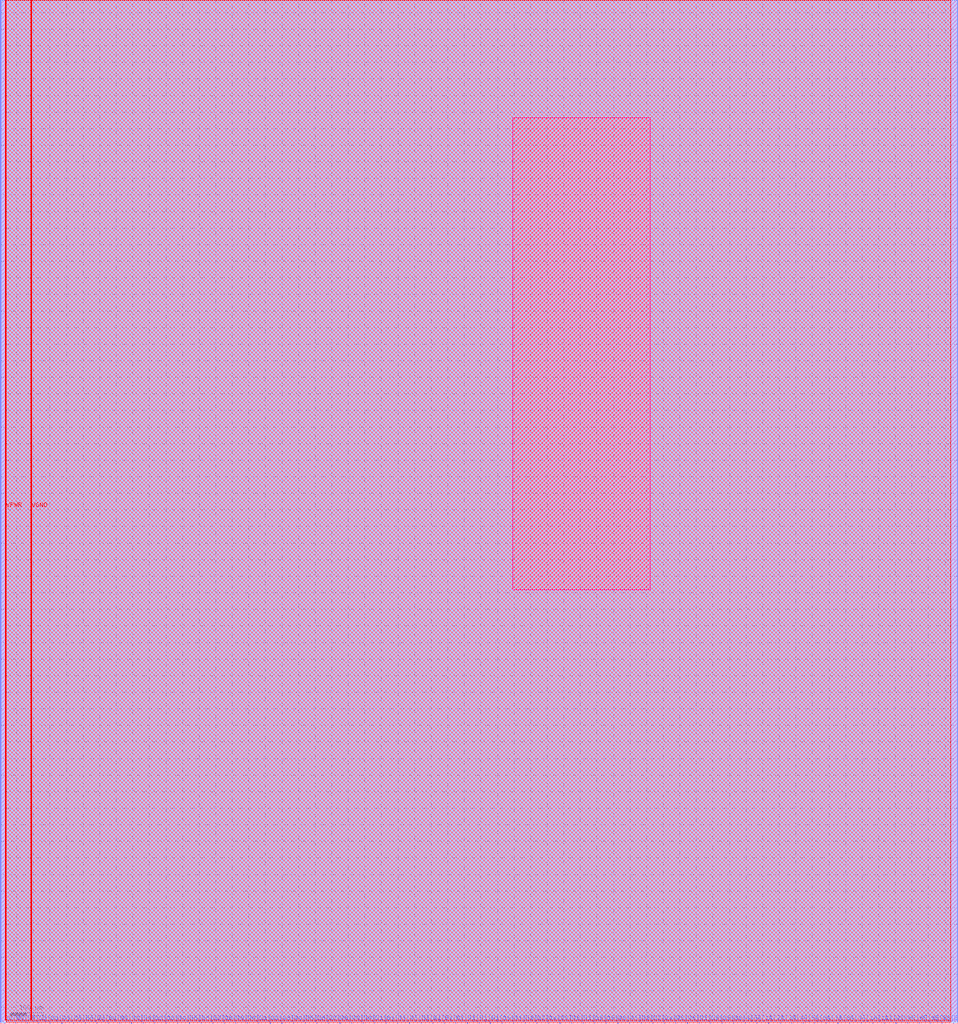
<source format=lef>
VERSION 5.7 ;
  NOWIREEXTENSIONATPIN ON ;
  DIVIDERCHAR "/" ;
  BUSBITCHARS "[]" ;
MACRO RAM_6Kx32
  CLASS BLOCK ;
  FOREIGN RAM_6Kx32 ;
  ORIGIN 0.000 0.000 ;
  SIZE 2889.825 BY 3087.440 ;
  PIN A[0]
    DIRECTION INPUT ;
    PORT
      LAYER met2 ;
        RECT 2247.380 0.000 2247.660 4.000 ;
    END
  END A[0]
  PIN A[10]
    DIRECTION INPUT ;
    PORT
      LAYER met2 ;
        RECT 2596.980 0.000 2597.260 4.000 ;
    END
  END A[10]
  PIN A[11]
    DIRECTION INPUT ;
    PORT
      LAYER met2 ;
        RECT 2631.940 0.000 2632.220 4.000 ;
    END
  END A[11]
  PIN A[12]
    DIRECTION INPUT ;
    PORT
      LAYER met2 ;
        RECT 2666.900 0.000 2667.180 4.000 ;
    END
  END A[12]
  PIN A[1]
    DIRECTION INPUT ;
    PORT
      LAYER met2 ;
        RECT 2282.340 0.000 2282.620 4.000 ;
    END
  END A[1]
  PIN A[2]
    DIRECTION INPUT ;
    PORT
      LAYER met2 ;
        RECT 2317.300 0.000 2317.580 4.000 ;
    END
  END A[2]
  PIN A[3]
    DIRECTION INPUT ;
    PORT
      LAYER met2 ;
        RECT 2352.260 0.000 2352.540 4.000 ;
    END
  END A[3]
  PIN A[4]
    DIRECTION INPUT ;
    PORT
      LAYER met2 ;
        RECT 2387.220 0.000 2387.500 4.000 ;
    END
  END A[4]
  PIN A[5]
    DIRECTION INPUT ;
    PORT
      LAYER met2 ;
        RECT 2422.180 0.000 2422.460 4.000 ;
    END
  END A[5]
  PIN A[6]
    DIRECTION INPUT ;
    PORT
      LAYER met2 ;
        RECT 2457.140 0.000 2457.420 4.000 ;
    END
  END A[6]
  PIN A[7]
    DIRECTION INPUT ;
    PORT
      LAYER met2 ;
        RECT 2492.100 0.000 2492.380 4.000 ;
    END
  END A[7]
  PIN A[8]
    DIRECTION INPUT ;
    PORT
      LAYER met2 ;
        RECT 2527.060 0.000 2527.340 4.000 ;
    END
  END A[8]
  PIN A[9]
    DIRECTION INPUT ;
    PORT
      LAYER met2 ;
        RECT 2562.020 0.000 2562.300 4.000 ;
    END
  END A[9]
  PIN CLK
    DIRECTION INPUT ;
    PORT
      LAYER met2 ;
        RECT 2701.860 0.000 2702.140 4.000 ;
    END
  END CLK
  PIN Di[0]
    DIRECTION INPUT ;
    PORT
      LAYER met2 ;
        RECT 1129.580 0.000 1129.860 4.000 ;
    END
  END Di[0]
  PIN Di[10]
    DIRECTION INPUT ;
    PORT
      LAYER met2 ;
        RECT 1478.720 0.000 1479.000 4.000 ;
    END
  END Di[10]
  PIN Di[11]
    DIRECTION INPUT ;
    PORT
      LAYER met2 ;
        RECT 1513.680 0.000 1513.960 4.000 ;
    END
  END Di[11]
  PIN Di[12]
    DIRECTION INPUT ;
    PORT
      LAYER met2 ;
        RECT 1548.640 0.000 1548.920 4.000 ;
    END
  END Di[12]
  PIN Di[13]
    DIRECTION INPUT ;
    PORT
      LAYER met2 ;
        RECT 1583.600 0.000 1583.880 4.000 ;
    END
  END Di[13]
  PIN Di[14]
    DIRECTION INPUT ;
    PORT
      LAYER met2 ;
        RECT 1618.560 0.000 1618.840 4.000 ;
    END
  END Di[14]
  PIN Di[15]
    DIRECTION INPUT ;
    PORT
      LAYER met2 ;
        RECT 1653.520 0.000 1653.800 4.000 ;
    END
  END Di[15]
  PIN Di[16]
    DIRECTION INPUT ;
    PORT
      LAYER met2 ;
        RECT 1688.480 0.000 1688.760 4.000 ;
    END
  END Di[16]
  PIN Di[17]
    DIRECTION INPUT ;
    PORT
      LAYER met2 ;
        RECT 1723.440 0.000 1723.720 4.000 ;
    END
  END Di[17]
  PIN Di[18]
    DIRECTION INPUT ;
    PORT
      LAYER met2 ;
        RECT 1758.400 0.000 1758.680 4.000 ;
    END
  END Di[18]
  PIN Di[19]
    DIRECTION INPUT ;
    PORT
      LAYER met2 ;
        RECT 1793.360 0.000 1793.640 4.000 ;
    END
  END Di[19]
  PIN Di[1]
    DIRECTION INPUT ;
    PORT
      LAYER met2 ;
        RECT 1164.540 0.000 1164.820 4.000 ;
    END
  END Di[1]
  PIN Di[20]
    DIRECTION INPUT ;
    PORT
      LAYER met2 ;
        RECT 1828.320 0.000 1828.600 4.000 ;
    END
  END Di[20]
  PIN Di[21]
    DIRECTION INPUT ;
    PORT
      LAYER met2 ;
        RECT 1863.280 0.000 1863.560 4.000 ;
    END
  END Di[21]
  PIN Di[22]
    DIRECTION INPUT ;
    PORT
      LAYER met2 ;
        RECT 1898.240 0.000 1898.520 4.000 ;
    END
  END Di[22]
  PIN Di[23]
    DIRECTION INPUT ;
    PORT
      LAYER met2 ;
        RECT 1933.200 0.000 1933.480 4.000 ;
    END
  END Di[23]
  PIN Di[24]
    DIRECTION INPUT ;
    PORT
      LAYER met2 ;
        RECT 1968.160 0.000 1968.440 4.000 ;
    END
  END Di[24]
  PIN Di[25]
    DIRECTION INPUT ;
    PORT
      LAYER met2 ;
        RECT 2003.120 0.000 2003.400 4.000 ;
    END
  END Di[25]
  PIN Di[26]
    DIRECTION INPUT ;
    PORT
      LAYER met2 ;
        RECT 2038.080 0.000 2038.360 4.000 ;
    END
  END Di[26]
  PIN Di[27]
    DIRECTION INPUT ;
    PORT
      LAYER met2 ;
        RECT 2073.040 0.000 2073.320 4.000 ;
    END
  END Di[27]
  PIN Di[28]
    DIRECTION INPUT ;
    PORT
      LAYER met2 ;
        RECT 2108.000 0.000 2108.280 4.000 ;
    END
  END Di[28]
  PIN Di[29]
    DIRECTION INPUT ;
    PORT
      LAYER met2 ;
        RECT 2142.960 0.000 2143.240 4.000 ;
    END
  END Di[29]
  PIN Di[2]
    DIRECTION INPUT ;
    PORT
      LAYER met2 ;
        RECT 1199.500 0.000 1199.780 4.000 ;
    END
  END Di[2]
  PIN Di[30]
    DIRECTION INPUT ;
    PORT
      LAYER met2 ;
        RECT 2177.920 0.000 2178.200 4.000 ;
    END
  END Di[30]
  PIN Di[31]
    DIRECTION INPUT ;
    PORT
      LAYER met2 ;
        RECT 2212.420 0.000 2212.700 4.000 ;
    END
  END Di[31]
  PIN Di[3]
    DIRECTION INPUT ;
    PORT
      LAYER met2 ;
        RECT 1234.460 0.000 1234.740 4.000 ;
    END
  END Di[3]
  PIN Di[4]
    DIRECTION INPUT ;
    PORT
      LAYER met2 ;
        RECT 1269.420 0.000 1269.700 4.000 ;
    END
  END Di[4]
  PIN Di[5]
    DIRECTION INPUT ;
    PORT
      LAYER met2 ;
        RECT 1304.380 0.000 1304.660 4.000 ;
    END
  END Di[5]
  PIN Di[6]
    DIRECTION INPUT ;
    PORT
      LAYER met2 ;
        RECT 1339.340 0.000 1339.620 4.000 ;
    END
  END Di[6]
  PIN Di[7]
    DIRECTION INPUT ;
    PORT
      LAYER met2 ;
        RECT 1374.300 0.000 1374.580 4.000 ;
    END
  END Di[7]
  PIN Di[8]
    DIRECTION INPUT ;
    PORT
      LAYER met2 ;
        RECT 1409.260 0.000 1409.540 4.000 ;
    END
  END Di[8]
  PIN Di[9]
    DIRECTION INPUT ;
    PORT
      LAYER met2 ;
        RECT 1444.220 0.000 1444.500 4.000 ;
    END
  END Di[9]
  PIN Do[0]
    DIRECTION OUTPUT TRISTATE ;
    PORT
      LAYER met2 ;
        RECT 11.780 0.000 12.060 4.000 ;
    END
  END Do[0]
  PIN Do[10]
    DIRECTION OUTPUT TRISTATE ;
    PORT
      LAYER met2 ;
        RECT 360.920 0.000 361.200 4.000 ;
    END
  END Do[10]
  PIN Do[11]
    DIRECTION OUTPUT TRISTATE ;
    PORT
      LAYER met2 ;
        RECT 395.880 0.000 396.160 4.000 ;
    END
  END Do[11]
  PIN Do[12]
    DIRECTION OUTPUT TRISTATE ;
    PORT
      LAYER met2 ;
        RECT 430.840 0.000 431.120 4.000 ;
    END
  END Do[12]
  PIN Do[13]
    DIRECTION OUTPUT TRISTATE ;
    PORT
      LAYER met2 ;
        RECT 465.800 0.000 466.080 4.000 ;
    END
  END Do[13]
  PIN Do[14]
    DIRECTION OUTPUT TRISTATE ;
    PORT
      LAYER met2 ;
        RECT 500.760 0.000 501.040 4.000 ;
    END
  END Do[14]
  PIN Do[15]
    DIRECTION OUTPUT TRISTATE ;
    PORT
      LAYER met2 ;
        RECT 535.720 0.000 536.000 4.000 ;
    END
  END Do[15]
  PIN Do[16]
    DIRECTION OUTPUT TRISTATE ;
    PORT
      LAYER met2 ;
        RECT 570.680 0.000 570.960 4.000 ;
    END
  END Do[16]
  PIN Do[17]
    DIRECTION OUTPUT TRISTATE ;
    PORT
      LAYER met2 ;
        RECT 605.640 0.000 605.920 4.000 ;
    END
  END Do[17]
  PIN Do[18]
    DIRECTION OUTPUT TRISTATE ;
    PORT
      LAYER met2 ;
        RECT 640.600 0.000 640.880 4.000 ;
    END
  END Do[18]
  PIN Do[19]
    DIRECTION OUTPUT TRISTATE ;
    PORT
      LAYER met2 ;
        RECT 675.560 0.000 675.840 4.000 ;
    END
  END Do[19]
  PIN Do[1]
    DIRECTION OUTPUT TRISTATE ;
    PORT
      LAYER met2 ;
        RECT 46.280 0.000 46.560 4.000 ;
    END
  END Do[1]
  PIN Do[20]
    DIRECTION OUTPUT TRISTATE ;
    PORT
      LAYER met2 ;
        RECT 710.520 0.000 710.800 4.000 ;
    END
  END Do[20]
  PIN Do[21]
    DIRECTION OUTPUT TRISTATE ;
    PORT
      LAYER met2 ;
        RECT 745.020 0.000 745.300 4.000 ;
    END
  END Do[21]
  PIN Do[22]
    DIRECTION OUTPUT TRISTATE ;
    PORT
      LAYER met2 ;
        RECT 779.980 0.000 780.260 4.000 ;
    END
  END Do[22]
  PIN Do[23]
    DIRECTION OUTPUT TRISTATE ;
    PORT
      LAYER met2 ;
        RECT 814.940 0.000 815.220 4.000 ;
    END
  END Do[23]
  PIN Do[24]
    DIRECTION OUTPUT TRISTATE ;
    PORT
      LAYER met2 ;
        RECT 849.900 0.000 850.180 4.000 ;
    END
  END Do[24]
  PIN Do[25]
    DIRECTION OUTPUT TRISTATE ;
    PORT
      LAYER met2 ;
        RECT 884.860 0.000 885.140 4.000 ;
    END
  END Do[25]
  PIN Do[26]
    DIRECTION OUTPUT TRISTATE ;
    PORT
      LAYER met2 ;
        RECT 919.820 0.000 920.100 4.000 ;
    END
  END Do[26]
  PIN Do[27]
    DIRECTION OUTPUT TRISTATE ;
    PORT
      LAYER met2 ;
        RECT 954.780 0.000 955.060 4.000 ;
    END
  END Do[27]
  PIN Do[28]
    DIRECTION OUTPUT TRISTATE ;
    PORT
      LAYER met2 ;
        RECT 989.740 0.000 990.020 4.000 ;
    END
  END Do[28]
  PIN Do[29]
    DIRECTION OUTPUT TRISTATE ;
    PORT
      LAYER met2 ;
        RECT 1024.700 0.000 1024.980 4.000 ;
    END
  END Do[29]
  PIN Do[2]
    DIRECTION OUTPUT TRISTATE ;
    PORT
      LAYER met2 ;
        RECT 81.240 0.000 81.520 4.000 ;
    END
  END Do[2]
  PIN Do[30]
    DIRECTION OUTPUT TRISTATE ;
    PORT
      LAYER met2 ;
        RECT 1059.660 0.000 1059.940 4.000 ;
    END
  END Do[30]
  PIN Do[31]
    DIRECTION OUTPUT TRISTATE ;
    PORT
      LAYER met2 ;
        RECT 1094.620 0.000 1094.900 4.000 ;
    END
  END Do[31]
  PIN Do[3]
    DIRECTION OUTPUT TRISTATE ;
    PORT
      LAYER met2 ;
        RECT 116.200 0.000 116.480 4.000 ;
    END
  END Do[3]
  PIN Do[4]
    DIRECTION OUTPUT TRISTATE ;
    PORT
      LAYER met2 ;
        RECT 151.160 0.000 151.440 4.000 ;
    END
  END Do[4]
  PIN Do[5]
    DIRECTION OUTPUT TRISTATE ;
    PORT
      LAYER met2 ;
        RECT 186.120 0.000 186.400 4.000 ;
    END
  END Do[5]
  PIN Do[6]
    DIRECTION OUTPUT TRISTATE ;
    PORT
      LAYER met2 ;
        RECT 221.080 0.000 221.360 4.000 ;
    END
  END Do[6]
  PIN Do[7]
    DIRECTION OUTPUT TRISTATE ;
    PORT
      LAYER met2 ;
        RECT 256.040 0.000 256.320 4.000 ;
    END
  END Do[7]
  PIN Do[8]
    DIRECTION OUTPUT TRISTATE ;
    PORT
      LAYER met2 ;
        RECT 291.000 0.000 291.280 4.000 ;
    END
  END Do[8]
  PIN Do[9]
    DIRECTION OUTPUT TRISTATE ;
    PORT
      LAYER met2 ;
        RECT 325.960 0.000 326.240 4.000 ;
    END
  END Do[9]
  PIN EN
    DIRECTION INPUT ;
    PORT
      LAYER met2 ;
        RECT 2876.660 0.000 2876.940 4.000 ;
    END
  END EN
  PIN WE[0]
    DIRECTION INPUT ;
    PORT
      LAYER met2 ;
        RECT 2736.820 0.000 2737.100 4.000 ;
    END
  END WE[0]
  PIN WE[1]
    DIRECTION INPUT ;
    PORT
      LAYER met2 ;
        RECT 2771.780 0.000 2772.060 4.000 ;
    END
  END WE[1]
  PIN WE[2]
    DIRECTION INPUT ;
    PORT
      LAYER met2 ;
        RECT 2806.740 0.000 2807.020 4.000 ;
    END
  END WE[2]
  PIN WE[3]
    DIRECTION INPUT ;
    PORT
      LAYER met2 ;
        RECT 2841.700 0.000 2841.980 4.000 ;
    END
  END WE[3]
  PIN VPWR
    DIRECTION INPUT ;
    USE POWER ;
    PORT
      LAYER met4 ;
        RECT 15.710 10.640 17.310 3087.440 ;
    END
  END VPWR
  PIN VGND
    DIRECTION INPUT ;
    USE GROUND ;
    PORT
      LAYER met4 ;
        RECT 92.510 10.640 94.110 3087.440 ;
    END
  END VGND
  OBS
      LAYER li1 ;
        RECT 0.190 10.795 2889.765 3087.285 ;
      LAYER met1 ;
        RECT 0.190 4.460 2889.825 3087.440 ;
      LAYER met2 ;
        RECT 1.670 4.280 2887.970 3087.440 ;
        RECT 1.670 4.000 11.500 4.280 ;
        RECT 12.340 4.000 46.000 4.280 ;
        RECT 46.840 4.000 80.960 4.280 ;
        RECT 81.800 4.000 115.920 4.280 ;
        RECT 116.760 4.000 150.880 4.280 ;
        RECT 151.720 4.000 185.840 4.280 ;
        RECT 186.680 4.000 220.800 4.280 ;
        RECT 221.640 4.000 255.760 4.280 ;
        RECT 256.600 4.000 290.720 4.280 ;
        RECT 291.560 4.000 325.680 4.280 ;
        RECT 326.520 4.000 360.640 4.280 ;
        RECT 361.480 4.000 395.600 4.280 ;
        RECT 396.440 4.000 430.560 4.280 ;
        RECT 431.400 4.000 465.520 4.280 ;
        RECT 466.360 4.000 500.480 4.280 ;
        RECT 501.320 4.000 535.440 4.280 ;
        RECT 536.280 4.000 570.400 4.280 ;
        RECT 571.240 4.000 605.360 4.280 ;
        RECT 606.200 4.000 640.320 4.280 ;
        RECT 641.160 4.000 675.280 4.280 ;
        RECT 676.120 4.000 710.240 4.280 ;
        RECT 711.080 4.000 744.740 4.280 ;
        RECT 745.580 4.000 779.700 4.280 ;
        RECT 780.540 4.000 814.660 4.280 ;
        RECT 815.500 4.000 849.620 4.280 ;
        RECT 850.460 4.000 884.580 4.280 ;
        RECT 885.420 4.000 919.540 4.280 ;
        RECT 920.380 4.000 954.500 4.280 ;
        RECT 955.340 4.000 989.460 4.280 ;
        RECT 990.300 4.000 1024.420 4.280 ;
        RECT 1025.260 4.000 1059.380 4.280 ;
        RECT 1060.220 4.000 1094.340 4.280 ;
        RECT 1095.180 4.000 1129.300 4.280 ;
        RECT 1130.140 4.000 1164.260 4.280 ;
        RECT 1165.100 4.000 1199.220 4.280 ;
        RECT 1200.060 4.000 1234.180 4.280 ;
        RECT 1235.020 4.000 1269.140 4.280 ;
        RECT 1269.980 4.000 1304.100 4.280 ;
        RECT 1304.940 4.000 1339.060 4.280 ;
        RECT 1339.900 4.000 1374.020 4.280 ;
        RECT 1374.860 4.000 1408.980 4.280 ;
        RECT 1409.820 4.000 1443.940 4.280 ;
        RECT 1444.780 4.000 1478.440 4.280 ;
        RECT 1479.280 4.000 1513.400 4.280 ;
        RECT 1514.240 4.000 1548.360 4.280 ;
        RECT 1549.200 4.000 1583.320 4.280 ;
        RECT 1584.160 4.000 1618.280 4.280 ;
        RECT 1619.120 4.000 1653.240 4.280 ;
        RECT 1654.080 4.000 1688.200 4.280 ;
        RECT 1689.040 4.000 1723.160 4.280 ;
        RECT 1724.000 4.000 1758.120 4.280 ;
        RECT 1758.960 4.000 1793.080 4.280 ;
        RECT 1793.920 4.000 1828.040 4.280 ;
        RECT 1828.880 4.000 1863.000 4.280 ;
        RECT 1863.840 4.000 1897.960 4.280 ;
        RECT 1898.800 4.000 1932.920 4.280 ;
        RECT 1933.760 4.000 1967.880 4.280 ;
        RECT 1968.720 4.000 2002.840 4.280 ;
        RECT 2003.680 4.000 2037.800 4.280 ;
        RECT 2038.640 4.000 2072.760 4.280 ;
        RECT 2073.600 4.000 2107.720 4.280 ;
        RECT 2108.560 4.000 2142.680 4.280 ;
        RECT 2143.520 4.000 2177.640 4.280 ;
        RECT 2178.480 4.000 2212.140 4.280 ;
        RECT 2212.980 4.000 2247.100 4.280 ;
        RECT 2247.940 4.000 2282.060 4.280 ;
        RECT 2282.900 4.000 2317.020 4.280 ;
        RECT 2317.860 4.000 2351.980 4.280 ;
        RECT 2352.820 4.000 2386.940 4.280 ;
        RECT 2387.780 4.000 2421.900 4.280 ;
        RECT 2422.740 4.000 2456.860 4.280 ;
        RECT 2457.700 4.000 2491.820 4.280 ;
        RECT 2492.660 4.000 2526.780 4.280 ;
        RECT 2527.620 4.000 2561.740 4.280 ;
        RECT 2562.580 4.000 2596.700 4.280 ;
        RECT 2597.540 4.000 2631.660 4.280 ;
        RECT 2632.500 4.000 2666.620 4.280 ;
        RECT 2667.460 4.000 2701.580 4.280 ;
        RECT 2702.420 4.000 2736.540 4.280 ;
        RECT 2737.380 4.000 2771.500 4.280 ;
        RECT 2772.340 4.000 2806.460 4.280 ;
        RECT 2807.300 4.000 2841.420 4.280 ;
        RECT 2842.260 4.000 2876.380 4.280 ;
        RECT 2877.220 4.000 2887.970 4.280 ;
      LAYER met3 ;
        RECT 2.555 4.255 2887.545 3087.365 ;
      LAYER met4 ;
        RECT 17.965 10.240 92.110 3087.440 ;
        RECT 94.510 10.240 2867.535 3087.440 ;
        RECT 17.965 4.255 2867.535 10.240 ;
      LAYER met5 ;
        RECT 1545.450 1309.900 1961.050 2732.700 ;
  END
END RAM_6Kx32
END LIBRARY


</source>
